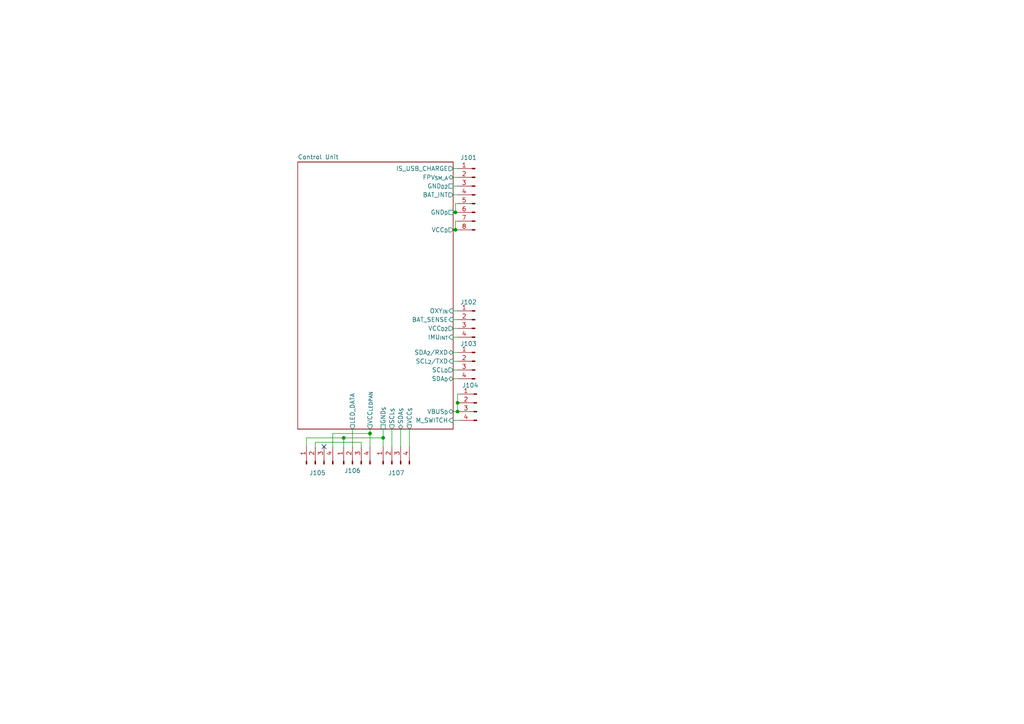
<source format=kicad_sch>
(kicad_sch (version 20211123) (generator eeschema)
  (paper "A4")
  (title_block (title "Control Unit - CanSat 2023") (date "2023-01-18") (company "Project SkyFall") (comment 1 "David Haisman"))
  (lib_symbols
    (symbol "Connector:Conn_01x04_Male" (pin_names (offset 1.016) hide)
      (property "Reference" "J" (at 0 5.08 0))
      (property "Value" "Conn_01x04_Male" (at 0 -7.62 0))
      (symbol "Conn_01x04_Male_1_1"
        (polyline (pts (xy 1.27 -5.08) (xy 0.8636 -5.08)) (stroke (width 0.1524)))
        (polyline (pts (xy 1.27 -2.54) (xy 0.8636 -2.54)) (stroke (width 0.1524)))
        (polyline (pts (xy 1.27 0) (xy 0.8636 0)) (stroke (width 0.1524)))
        (polyline (pts (xy 1.27 2.54) (xy 0.8636 2.54)) (stroke (width 0.1524)))
        (rectangle (start 0.8636 -4.953) (end 0 -5.207) (stroke (width 0.1524)) (fill (type outline)))
        (rectangle (start 0.8636 -2.413) (end 0 -2.667) (stroke (width 0.1524)) (fill (type outline)))
        (rectangle (start 0.8636 0.127) (end 0 -0.127) (stroke (width 0.1524)) (fill (type outline)))
        (rectangle (start 0.8636 2.667) (end 0 2.413) (stroke (width 0.1524)) (fill (type outline)))
        (pin passive line (at 5.08 2.54 180) (length 3.81) (name "Pin_1") (number "1"))
        (pin passive line (at 5.08 0 180) (length 3.81) (name "Pin_2") (number "2"))
        (pin passive line (at 5.08 -2.54 180) (length 3.81) (name "Pin_3") (number "3"))
        (pin passive line (at 5.08 -5.08 180) (length 3.81) (name "Pin_4") (number "4"))
      )
    )
    (symbol "Connector:Conn_01x08_Male" (pin_names (offset 1.016) hide)
      (property "Reference" "J" (at 0 10.16 0))
      (property "Value" "Conn_01x08_Male" (at 0 -12.7 0))
      (symbol "Conn_01x08_Male_1_1"
        (polyline (pts (xy 1.27 -10.16) (xy 0.8636 -10.16)) (stroke (width 0.1524)))
        (polyline (pts (xy 1.27 -7.62) (xy 0.8636 -7.62)) (stroke (width 0.1524)))
        (polyline (pts (xy 1.27 -5.08) (xy 0.8636 -5.08)) (stroke (width 0.1524)))
        (polyline (pts (xy 1.27 -2.54) (xy 0.8636 -2.54)) (stroke (width 0.1524)))
        (polyline (pts (xy 1.27 0) (xy 0.8636 0)) (stroke (width 0.1524)))
        (polyline (pts (xy 1.27 2.54) (xy 0.8636 2.54)) (stroke (width 0.1524)))
        (polyline (pts (xy 1.27 5.08) (xy 0.8636 5.08)) (stroke (width 0.1524)))
        (polyline (pts (xy 1.27 7.62) (xy 0.8636 7.62)) (stroke (width 0.1524)))
        (rectangle (start 0.8636 -10.033) (end 0 -10.287) (stroke (width 0.1524)) (fill (type outline)))
        (rectangle (start 0.8636 -7.493) (end 0 -7.747) (stroke (width 0.1524)) (fill (type outline)))
        (rectangle (start 0.8636 -4.953) (end 0 -5.207) (stroke (width 0.1524)) (fill (type outline)))
        (rectangle (start 0.8636 -2.413) (end 0 -2.667) (stroke (width 0.1524)) (fill (type outline)))
        (rectangle (start 0.8636 0.127) (end 0 -0.127) (stroke (width 0.1524)) (fill (type outline)))
        (rectangle (start 0.8636 2.667) (end 0 2.413) (stroke (width 0.1524)) (fill (type outline)))
        (rectangle (start 0.8636 5.207) (end 0 4.953) (stroke (width 0.1524)) (fill (type outline)))
        (rectangle (start 0.8636 7.747) (end 0 7.493) (stroke (width 0.1524)) (fill (type outline)))
        (pin passive line (at 5.08 7.62 180) (length 3.81) (name "Pin_1") (number "1"))
        (pin passive line (at 5.08 5.08 180) (length 3.81) (name "Pin_2") (number "2"))
        (pin passive line (at 5.08 2.54 180) (length 3.81) (name "Pin_3") (number "3"))
        (pin passive line (at 5.08 0 180) (length 3.81) (name "Pin_4") (number "4"))
        (pin passive line (at 5.08 -2.54 180) (length 3.81) (name "Pin_5") (number "5"))
        (pin passive line (at 5.08 -5.08 180) (length 3.81) (name "Pin_6") (number "6"))
        (pin passive line (at 5.08 -7.62 180) (length 3.81) (name "Pin_7") (number "7"))
        (pin passive line (at 5.08 -10.16 180) (length 3.81) (name "Pin_8") (number "8"))
      )
    )
  )
  (junction (at 107.315 125.73))
  (junction (at 132.715 119.38))
  (junction (at 132.08 66.675))
  (junction (at 132.715 116.84))
  (junction (at 111.125 127))
  (junction (at 132.08 61.595))
  (junction (at 99.695 127))
  (no_connect (at 93.98 129.54))
  (wire (pts (xy 118.745 129.54) (xy 118.745 124.46)))
  (wire (pts (xy 113.665 124.46) (xy 113.665 129.54)))
  (wire (pts (xy 104.775 129.54) (xy 104.775 128.27)))
  (wire (pts (xy 132.08 61.595) (xy 132.715 61.595)))
  (wire (pts (xy 132.715 107.315) (xy 131.445 107.315)))
  (wire (pts (xy 132.08 66.675) (xy 131.445 66.675)))
  (wire (pts (xy 132.08 59.055) (xy 132.08 61.595)))
  (wire (pts (xy 131.445 61.595) (xy 132.08 61.595)))
  (wire (pts (xy 99.695 127) (xy 99.695 129.54)))
  (wire (pts (xy 132.715 116.84) (xy 132.715 119.38)))
  (wire (pts (xy 107.315 129.54) (xy 107.315 125.73)))
  (wire (pts (xy 131.445 53.975) (xy 132.715 53.975)))
  (wire (pts (xy 133.223 121.92) (xy 131.445 121.92)))
  (wire (pts (xy 91.44 128.27) (xy 91.44 129.54)))
  (wire (pts (xy 132.715 64.135) (xy 132.08 64.135)))
  (wire (pts (xy 132.715 48.895) (xy 131.445 48.895)))
  (wire (pts (xy 132.715 92.71) (xy 131.445 92.71)))
  (wire (pts (xy 133.223 119.38) (xy 132.715 119.38)))
  (wire (pts (xy 133.223 116.84) (xy 132.715 116.84)))
  (wire (pts (xy 102.235 124.46) (xy 102.235 129.54)))
  (wire (pts (xy 132.715 114.3) (xy 132.715 116.84)))
  (wire (pts (xy 116.205 124.46) (xy 116.205 129.54)))
  (wire (pts (xy 132.715 59.055) (xy 132.08 59.055)))
  (wire (pts (xy 132.715 104.775) (xy 131.445 104.775)))
  (wire (pts (xy 132.715 51.435) (xy 131.445 51.435)))
  (wire (pts (xy 132.715 119.38) (xy 131.445 119.38)))
  (wire (pts (xy 132.715 66.675) (xy 132.08 66.675)))
  (wire (pts (xy 99.695 127) (xy 88.9 127)))
  (wire (pts (xy 111.125 127) (xy 111.125 129.54)))
  (wire (pts (xy 132.715 56.515) (xy 131.445 56.515)))
  (wire (pts (xy 132.715 102.235) (xy 131.445 102.235)))
  (wire (pts (xy 104.775 128.27) (xy 91.44 128.27)))
  (wire (pts (xy 96.52 125.73) (xy 107.315 125.73)))
  (wire (pts (xy 133.223 114.3) (xy 132.715 114.3)))
  (wire (pts (xy 132.715 97.79) (xy 131.445 97.79)))
  (wire (pts (xy 88.9 127) (xy 88.9 129.54)))
  (wire (pts (xy 132.715 95.25) (xy 131.445 95.25)))
  (wire (pts (xy 132.715 90.17) (xy 131.445 90.17)))
  (wire (pts (xy 132.08 64.135) (xy 132.08 66.675)))
  (wire (pts (xy 111.125 127) (xy 99.695 127)))
  (wire (pts (xy 132.715 109.855) (xy 131.445 109.855)))
  (wire (pts (xy 111.125 124.46) (xy 111.125 127)))
  (wire (pts (xy 107.315 125.73) (xy 107.315 124.46)))
  (wire (pts (xy 96.52 129.54) (xy 96.52 125.73)))
  (symbol (lib_id "Connector:Conn_01x04_Male") (at 102.235 134.62 90) (unit 1)
    (property "Reference" "J106" (at 102.235 136.525 90))
    (property "Value" "009155004541006" (effects hide))
    (property "Footprint" "SamacSys_Parts2:009155004541006" (effects hide))
  )
  (symbol (lib_id "Connector:Conn_01x08_Male") (at 137.795 56.515 0) (mirror y) (unit 1)
    (property "Reference" "J101" (at 135.89 45.72 0))
    (property "Value" "Conn_02x04_Male" (effects hide))
    (property "Footprint" "Connector_PinHeader_2.54mm:PinHeader_2x04_P2.54mm_Vertical" (effects hide))
  )
  (symbol (lib_id "Connector:Conn_01x04_Male") (at 91.44 134.62 90) (unit 1)
    (property "Reference" "J105" (at 92.075 137.16 90))
    (property "Value" "009155004541006" (effects hide))
    (property "Footprint" "SamacSys_Parts2:009155004541006" (effects hide))
  )
  (symbol (lib_id "Connector:Conn_01x04_Male") (at 113.665 134.62 90) (unit 1)
    (property "Reference" "J107" (at 114.935 137.16 90))
    (property "Value" "009155004541006" (effects hide))
    (property "Footprint" "SamacSys_Parts2:009155004541006" (effects hide))
  )
  (symbol (lib_id "Connector:Conn_01x04_Male") (at 138.303 116.84 0) (mirror y) (unit 1)
    (property "Reference" "J104" (at 136.398 111.76 0))
    (property "Value" "Conn_02x02_Male" (effects hide))
    (property "Footprint" "Connector_PinHeader_2.54mm:PinHeader_2x02_P2.54mm_Vertical" (effects hide))
  )
  (symbol (lib_id "Connector:Conn_01x04_Male") (at 137.795 104.775 0) (mirror y) (unit 1)
    (property "Reference" "J103" (at 135.89 99.695 0))
    (property "Value" "Conn_02x02_Male" (effects hide))
    (property "Footprint" "Connector_PinHeader_2.54mm:PinHeader_2x02_P2.54mm_Vertical" (effects hide))
  )
  (symbol (lib_id "Connector:Conn_01x04_Male") (at 137.795 92.71 0) (mirror y) (unit 1)
    (property "Reference" "J102" (at 135.89 87.63 0))
    (property "Value" "Conn_02x02_Male" (effects hide))
    (property "Footprint" "Connector_PinHeader_2.54mm:PinHeader_2x02_P2.54mm_Vertical" (effects hide))
  )
  (sheet (at 86.36 46.99) (size 45.085 77.47) (stroke (width 0.1524))
    (property "Sheet name" "Control Unit" (at 86.36 46.2784 0) (effects (justify left bottom)))
    (property "Sheet file" "../Hiearchical sheets/controlUnit.kicad_sch" (effects hide))
    (pin "SDA_{S}" bidirectional (at 116.205 124.46 270))
    (pin "VCC_{S}" output (at 118.745 124.46 270))
    (pin "GND_{D2}" passive (at 131.445 53.975 0))
    (pin "GND_{S}" passive (at 111.125 124.46 270))
    (pin "GND_{D}" passive (at 131.445 61.595 0))
    (pin "BAT_SENSE" input (at 131.445 92.71 0))
    (pin "VBUS_{D}" bidirectional (at 131.445 119.38 0))
    (pin "SCL_{S}" output (at 113.665 124.46 270))
    (pin "SCL_{D}" output (at 131.445 107.315 0))
    (pin "IS_USB_CHARGE" output (at 131.445 48.895 0))
    (pin "OXY_{IN}" input (at 131.445 90.17 0))
    (pin "BAT_INT" output (at 131.445 56.515 0))
    (pin "FPV_{SM_A}" bidirectional (at 131.445 51.435 0))
    (pin "IMU_{INT}" input (at 131.445 97.79 0))
    (pin "VCC_{D}" output (at 131.445 66.675 0))
    (pin "SDA_{D}" bidirectional (at 131.445 109.855 0))
    (pin "M_SWITCH" input (at 131.445 121.92 0))
    (pin "LED_DATA" output (at 102.235 124.46 270))
    (pin "VCC_{LEDPAN}" output (at 107.315 124.46 270))
    (pin "VCC_{D2}" output (at 131.445 95.25 0))
    (pin "SDA_{2}{slash}RXD" bidirectional (at 131.445 102.235 0))
    (pin "SCL_{2}{slash}TXD" input (at 131.445 104.775 0))
  )
)
</source>
